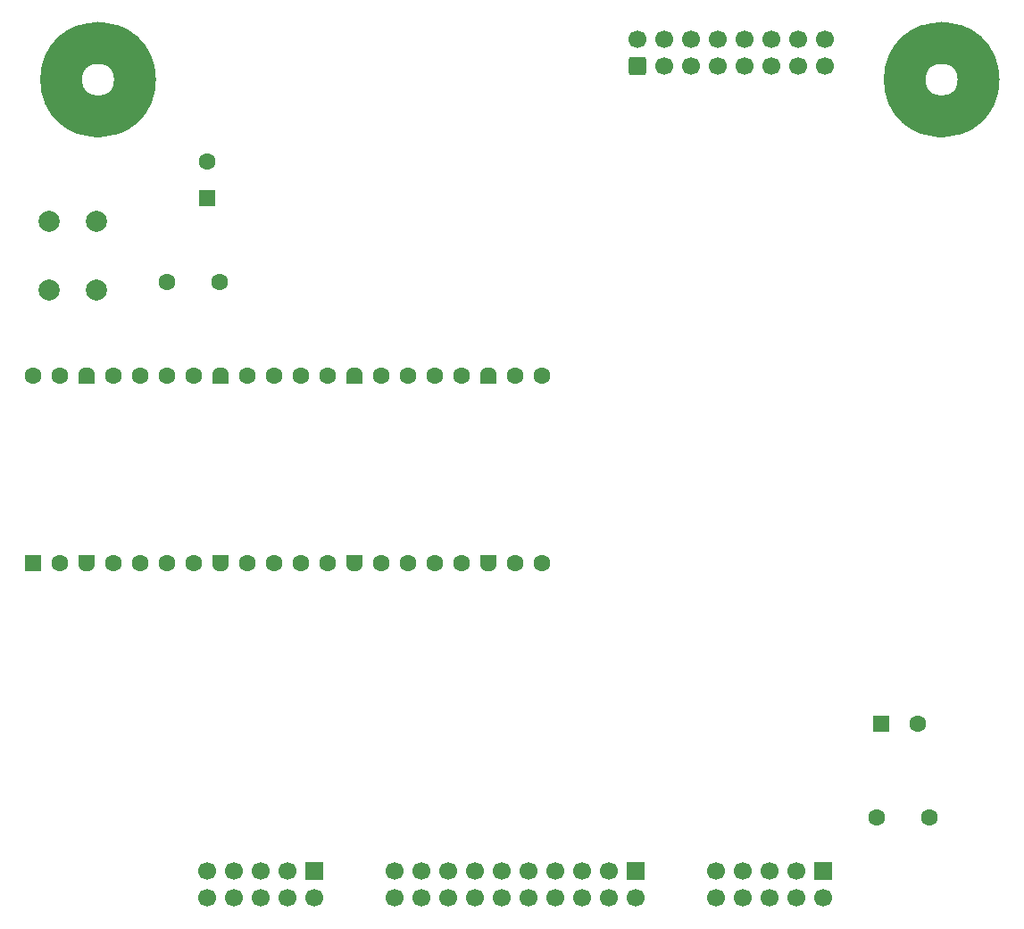
<source format=gbr>
%TF.GenerationSoftware,KiCad,Pcbnew,9.0.7*%
%TF.CreationDate,2026-02-03T14:20:57+01:00*%
%TF.ProjectId,lokho2-rpico-purple,6c6f6b68-6f32-42d7-9270-69636f2d7075,rev?*%
%TF.SameCoordinates,Original*%
%TF.FileFunction,Soldermask,Top*%
%TF.FilePolarity,Negative*%
%FSLAX46Y46*%
G04 Gerber Fmt 4.6, Leading zero omitted, Abs format (unit mm)*
G04 Created by KiCad (PCBNEW 9.0.7) date 2026-02-03 14:20:57*
%MOMM*%
%LPD*%
G01*
G04 APERTURE LIST*
G04 Aperture macros list*
%AMRoundRect*
0 Rectangle with rounded corners*
0 $1 Rounding radius*
0 $2 $3 $4 $5 $6 $7 $8 $9 X,Y pos of 4 corners*
0 Add a 4 corners polygon primitive as box body*
4,1,4,$2,$3,$4,$5,$6,$7,$8,$9,$2,$3,0*
0 Add four circle primitives for the rounded corners*
1,1,$1+$1,$2,$3*
1,1,$1+$1,$4,$5*
1,1,$1+$1,$6,$7*
1,1,$1+$1,$8,$9*
0 Add four rect primitives between the rounded corners*
20,1,$1+$1,$2,$3,$4,$5,0*
20,1,$1+$1,$4,$5,$6,$7,0*
20,1,$1+$1,$6,$7,$8,$9,0*
20,1,$1+$1,$8,$9,$2,$3,0*%
%AMFreePoly0*
4,1,37,0.603843,0.796157,0.639018,0.796157,0.711114,0.766294,0.766294,0.711114,0.796157,0.639018,0.796157,0.603843,0.800000,0.600000,0.800000,-0.600000,0.796157,-0.603843,0.796157,-0.639018,0.766294,-0.711114,0.711114,-0.766294,0.639018,-0.796157,0.603843,-0.796157,0.600000,-0.800000,0.000000,-0.800000,0.000000,-0.796148,-0.078414,-0.796148,-0.232228,-0.765552,-0.377117,-0.705537,
-0.507515,-0.618408,-0.618408,-0.507515,-0.705537,-0.377117,-0.765552,-0.232228,-0.796148,-0.078414,-0.796148,0.078414,-0.765552,0.232228,-0.705537,0.377117,-0.618408,0.507515,-0.507515,0.618408,-0.377117,0.705537,-0.232228,0.765552,-0.078414,0.796148,0.000000,0.796148,0.000000,0.800000,0.600000,0.800000,0.603843,0.796157,0.603843,0.796157,$1*%
%AMFreePoly1*
4,1,37,0.000000,0.796148,0.078414,0.796148,0.232228,0.765552,0.377117,0.705537,0.507515,0.618408,0.618408,0.507515,0.705537,0.377117,0.765552,0.232228,0.796148,0.078414,0.796148,-0.078414,0.765552,-0.232228,0.705537,-0.377117,0.618408,-0.507515,0.507515,-0.618408,0.377117,-0.705537,0.232228,-0.765552,0.078414,-0.796148,0.000000,-0.796148,0.000000,-0.800000,-0.600000,-0.800000,
-0.603843,-0.796157,-0.639018,-0.796157,-0.711114,-0.766294,-0.766294,-0.711114,-0.796157,-0.639018,-0.796157,-0.603843,-0.800000,-0.600000,-0.800000,0.600000,-0.796157,0.603843,-0.796157,0.639018,-0.766294,0.711114,-0.711114,0.766294,-0.639018,0.796157,-0.603843,0.796157,-0.600000,0.800000,0.000000,0.800000,0.000000,0.796148,0.000000,0.796148,$1*%
G04 Aperture macros list end*
%ADD10C,4.000000*%
%ADD11RoundRect,0.200000X0.600000X-0.600000X0.600000X0.600000X-0.600000X0.600000X-0.600000X-0.600000X0*%
%ADD12C,1.600000*%
%ADD13FreePoly0,90.000000*%
%ADD14FreePoly1,90.000000*%
%ADD15R,1.700000X1.700000*%
%ADD16C,1.700000*%
%ADD17RoundRect,0.250000X0.550000X-0.550000X0.550000X0.550000X-0.550000X0.550000X-0.550000X-0.550000X0*%
%ADD18RoundRect,0.250000X0.600000X-0.600000X0.600000X0.600000X-0.600000X0.600000X-0.600000X-0.600000X0*%
%ADD19RoundRect,0.250000X-0.550000X-0.550000X0.550000X-0.550000X0.550000X0.550000X-0.550000X0.550000X0*%
%ADD20C,2.000000*%
G04 APERTURE END LIST*
D10*
X193500000Y-60000000D02*
G75*
G02*
X186500000Y-60000000I-3500000J0D01*
G01*
X186500000Y-60000000D02*
G75*
G02*
X193500000Y-60000000I3500000J0D01*
G01*
X113500000Y-60000000D02*
G75*
G02*
X106500000Y-60000000I-3500000J0D01*
G01*
X106500000Y-60000000D02*
G75*
G02*
X113500000Y-60000000I3500000J0D01*
G01*
D11*
%TO.C,A1*%
X103810000Y-105880000D03*
D12*
X106350000Y-105880000D03*
D13*
X108890000Y-105880000D03*
D12*
X111430000Y-105880000D03*
X113970000Y-105880000D03*
X116510000Y-105880000D03*
X119050000Y-105880000D03*
D13*
X121590000Y-105880000D03*
D12*
X124130000Y-105880000D03*
X126670000Y-105880000D03*
X129210000Y-105880000D03*
X131750000Y-105880000D03*
D13*
X134290000Y-105880000D03*
D12*
X136830000Y-105880000D03*
X139370000Y-105880000D03*
X141910000Y-105880000D03*
X144450000Y-105880000D03*
D13*
X146990000Y-105880000D03*
D12*
X149530000Y-105880000D03*
X152070000Y-105880000D03*
X152070000Y-88100000D03*
X149530000Y-88100000D03*
D14*
X146990000Y-88100000D03*
D12*
X144450000Y-88100000D03*
X141910000Y-88100000D03*
X139370000Y-88100000D03*
X136830000Y-88100000D03*
D14*
X134290000Y-88100000D03*
D12*
X131750000Y-88100000D03*
X129210000Y-88100000D03*
X126670000Y-88100000D03*
X124130000Y-88100000D03*
D14*
X121590000Y-88100000D03*
D12*
X119050000Y-88100000D03*
X116510000Y-88100000D03*
X113970000Y-88100000D03*
X111430000Y-88100000D03*
D14*
X108890000Y-88100000D03*
D12*
X106350000Y-88100000D03*
X103810000Y-88100000D03*
%TD*%
D15*
%TO.C,J2*%
X160960000Y-135090000D03*
D16*
X160960000Y-137630000D03*
X158420000Y-135090000D03*
X158420000Y-137630000D03*
X155880000Y-135090000D03*
X155880000Y-137630000D03*
X153340000Y-135090000D03*
X153340000Y-137630000D03*
X150800000Y-135090000D03*
X150800000Y-137630000D03*
X148260000Y-135090000D03*
X148260000Y-137630000D03*
X145720000Y-135090000D03*
X145720000Y-137630000D03*
X143180000Y-135090000D03*
X143180000Y-137630000D03*
X140640000Y-135090000D03*
X140640000Y-137630000D03*
X138100000Y-135090000D03*
X138100000Y-137630000D03*
%TD*%
D12*
%TO.C,C2*%
X116550000Y-79210000D03*
X121550000Y-79210000D03*
%TD*%
D15*
%TO.C,J1*%
X130480000Y-135090000D03*
D16*
X130480000Y-137630000D03*
X127940000Y-135090000D03*
X127940000Y-137630000D03*
X125400000Y-135090000D03*
X125400000Y-137630000D03*
X122860000Y-135090000D03*
X122860000Y-137630000D03*
X120320000Y-135090000D03*
X120320000Y-137630000D03*
%TD*%
D17*
%TO.C,C1*%
X120320000Y-71280000D03*
D12*
X120320000Y-67780000D03*
%TD*%
D15*
%TO.C,J3*%
X178740000Y-135090000D03*
D16*
X178740000Y-137630000D03*
X176200000Y-135090000D03*
X176200000Y-137630000D03*
X173660000Y-135090000D03*
X173660000Y-137630000D03*
X171120000Y-135090000D03*
X171120000Y-137630000D03*
X168580000Y-135090000D03*
X168580000Y-137630000D03*
%TD*%
D18*
%TO.C,SPI1*%
X161110000Y-58697500D03*
D16*
X161110000Y-56157500D03*
X163650000Y-58697500D03*
X163650000Y-56157500D03*
X166190000Y-58697500D03*
X166190000Y-56157500D03*
X168730000Y-58697500D03*
X168730000Y-56157500D03*
X171270000Y-58697500D03*
X171270000Y-56157500D03*
X173810000Y-58697500D03*
X173810000Y-56157500D03*
X176350000Y-58697500D03*
X176350000Y-56157500D03*
X178890000Y-58697500D03*
X178890000Y-56157500D03*
%TD*%
D12*
%TO.C,C4*%
X188860000Y-130010000D03*
X183860000Y-130010000D03*
%TD*%
D19*
%TO.C,C3*%
X184274698Y-121120000D03*
D12*
X187774698Y-121120000D03*
%TD*%
D20*
%TO.C,SW1*%
X105370000Y-79920000D03*
X105370000Y-73420000D03*
X109870000Y-79920000D03*
X109870000Y-73420000D03*
%TD*%
M02*

</source>
